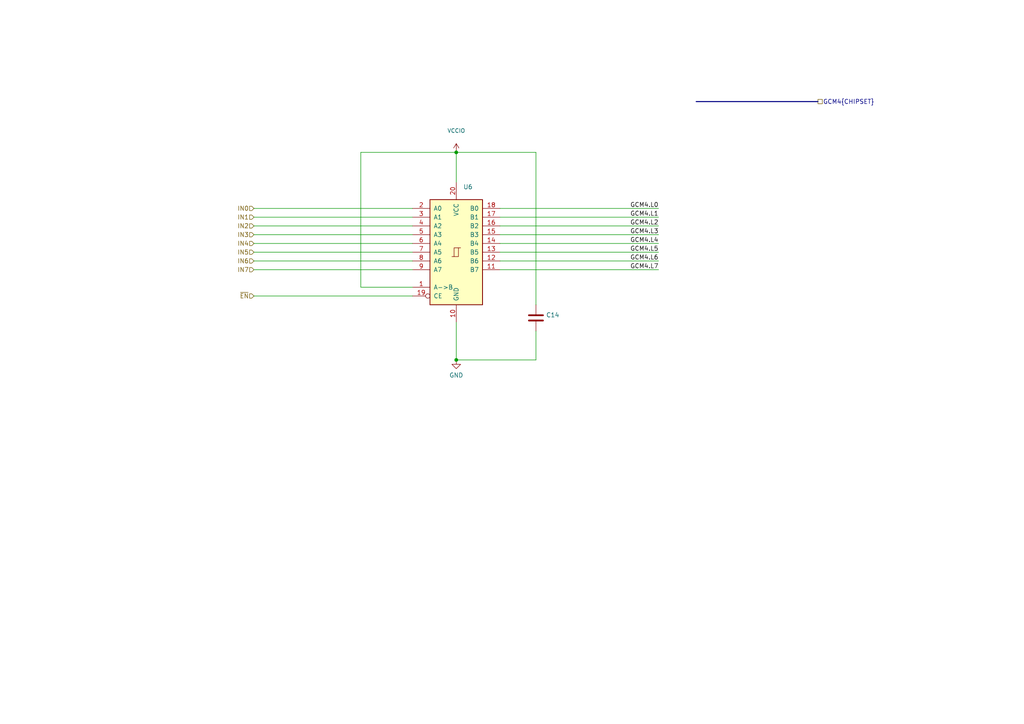
<source format=kicad_sch>
(kicad_sch (version 20211123) (generator eeschema)
  (paper "A4")
  (lib_symbols
    (symbol "74xx:74HC245" (pin_names (offset 1.016))
      (property "Reference" "U" (at -7.62 16.51 0))
      (property "Value" "74HC245" (at -7.62 -16.51 0))
      (symbol "74HC245_1_0"
        (polyline (pts (xy -0.635 -1.27) (xy -0.635 1.27) (xy 0.635 1.27)))
        (polyline (pts (xy -1.27 -1.27) (xy 0.635 -1.27) (xy 0.635 1.27) (xy 1.27 1.27)))
        (pin input line (at -12.7 -10.16 0) (length 5.08) (name "A->B") (number "1"))
        (pin power_in line (at 0 -20.32 90) (length 5.08) (name "GND") (number "10"))
        (pin tri_state line (at 12.7 -5.08 180) (length 5.08) (name "B7") (number "11"))
        (pin tri_state line (at 12.7 -2.54 180) (length 5.08) (name "B6") (number "12"))
        (pin tri_state line (at 12.7 0 180) (length 5.08) (name "B5") (number "13"))
        (pin tri_state line (at 12.7 2.54 180) (length 5.08) (name "B4") (number "14"))
        (pin tri_state line (at 12.7 5.08 180) (length 5.08) (name "B3") (number "15"))
        (pin tri_state line (at 12.7 7.62 180) (length 5.08) (name "B2") (number "16"))
        (pin tri_state line (at 12.7 10.16 180) (length 5.08) (name "B1") (number "17"))
        (pin tri_state line (at 12.7 12.7 180) (length 5.08) (name "B0") (number "18"))
        (pin input inverted (at -12.7 -12.7 0) (length 5.08) (name "CE") (number "19"))
        (pin tri_state line (at -12.7 12.7 0) (length 5.08) (name "A0") (number "2"))
        (pin power_in line (at 0 20.32 270) (length 5.08) (name "VCC") (number "20"))
        (pin tri_state line (at -12.7 10.16 0) (length 5.08) (name "A1") (number "3"))
        (pin tri_state line (at -12.7 7.62 0) (length 5.08) (name "A2") (number "4"))
        (pin tri_state line (at -12.7 5.08 0) (length 5.08) (name "A3") (number "5"))
        (pin tri_state line (at -12.7 2.54 0) (length 5.08) (name "A4") (number "6"))
        (pin tri_state line (at -12.7 0 0) (length 5.08) (name "A5") (number "7"))
        (pin tri_state line (at -12.7 -2.54 0) (length 5.08) (name "A6") (number "8"))
        (pin tri_state line (at -12.7 -5.08 0) (length 5.08) (name "A7") (number "9"))
      )
      (symbol "74HC245_1_1"
        (rectangle (start -7.62 15.24) (end 7.62 -15.24) (stroke (width 0.254)) (fill (type background)))
      )
    )
    (symbol "Device:C" (pin_numbers hide) (pin_names (offset 0.254))
      (property "Reference" "C" (at 0.635 2.54 0))
      (property "Value" "C" (at 0.635 -2.54 0))
      (symbol "C_0_1"
        (polyline (pts (xy -2.032 -0.762) (xy 2.032 -0.762)) (stroke (width 0.508)))
        (polyline (pts (xy -2.032 0.762) (xy 2.032 0.762)) (stroke (width 0.508)))
      )
      (symbol "C_1_1"
        (pin passive line (at 0 3.81 270) (length 2.794) (name "~") (number "1"))
        (pin passive line (at 0 -3.81 90) (length 2.794) (name "~") (number "2"))
      )
    )
    (symbol "SparkFun-PowerSymbols:VCCIO" (power) (pin_numbers hide) (pin_names (offset 1.016) hide)
      (property "Value" "VCCIO" (at -2.54 3.81 0))
      (property "Footprint" "XXX-00000" (at 0 7.62 0))
      (symbol "VCCIO_1_0"
        (polyline (pts (xy 0 0) (xy 0 2.54)))
        (polyline (pts (xy 0 2.54) (xy -0.762 1.27)))
        (polyline (pts (xy 0.762 1.27) (xy 0 2.54)))
      )
      (symbol "VCCIO_1_1"
        (pin power_in line (at 0 0 90) (length 0) hide (name "VCCIO") (number "~"))
      )
    )
    (symbol "power:GND" (power) (pin_names (offset 0))
      (property "Value" "GND" (at 0 -3.81 0))
      (symbol "GND_0_1"
        (polyline (pts (xy 0 0) (xy 0 -1.27) (xy 1.27 -1.27) (xy 0 -2.54) (xy -1.27 -1.27) (xy 0 -1.27)))
      )
      (symbol "GND_1_1"
        (pin power_in line (at 0 0 270) (length 0) hide (name "GND") (number "1"))
      )
    )
  )
  (junction (at 132.334 104.394))
  (junction (at 132.334 44.196))
  (wire (pts (xy 73.66 85.852) (xy 119.634 85.852)))
  (wire (pts (xy 73.66 68.072) (xy 119.634 68.072)))
  (wire (pts (xy 145.034 60.452) (xy 191.008 60.452)))
  (wire (pts (xy 119.634 83.312) (xy 104.648 83.312)))
  (wire (pts (xy 132.334 44.196) (xy 132.334 52.832)))
  (wire (pts (xy 73.66 60.452) (xy 119.634 60.452)))
  (wire (pts (xy 73.66 75.692) (xy 119.634 75.692)))
  (wire (pts (xy 132.334 93.472) (xy 132.334 104.394)))
  (bus (pts (xy 201.93 29.464) (xy 237.236 29.464)))
  (wire (pts (xy 145.034 75.692) (xy 191.008 75.692)))
  (wire (pts (xy 132.334 104.394) (xy 155.448 104.394)))
  (wire (pts (xy 145.034 73.152) (xy 191.008 73.152)))
  (wire (pts (xy 155.448 104.394) (xy 155.448 96.012)))
  (wire (pts (xy 155.448 88.392) (xy 155.448 44.196)))
  (wire (pts (xy 104.648 44.196) (xy 132.334 44.196)))
  (wire (pts (xy 145.034 70.612) (xy 191.008 70.612)))
  (wire (pts (xy 155.448 44.196) (xy 132.334 44.196)))
  (wire (pts (xy 73.66 73.152) (xy 119.634 73.152)))
  (wire (pts (xy 73.66 78.232) (xy 119.634 78.232)))
  (wire (pts (xy 73.66 62.992) (xy 119.634 62.992)))
  (wire (pts (xy 73.66 70.612) (xy 119.634 70.612)))
  (wire (pts (xy 104.648 83.312) (xy 104.648 44.196)))
  (wire (pts (xy 145.034 62.992) (xy 191.008 62.992)))
  (wire (pts (xy 145.034 68.072) (xy 191.008 68.072)))
  (wire (pts (xy 145.034 78.232) (xy 191.008 78.232)))
  (wire (pts (xy 73.66 65.532) (xy 119.634 65.532)))
  (wire (pts (xy 145.034 65.532) (xy 191.008 65.532)))
  (label "GCM4.L3" (at 191.008 68.072 180))
  (label "GCM4.L0" (at 191.008 60.452 180))
  (label "GCM4.L4" (at 191.008 70.612 180))
  (label "GCM4.L7" (at 191.008 78.232 180))
  (label "GCM4.L5" (at 191.008 73.152 180))
  (label "GCM4.L6" (at 191.008 75.692 180))
  (label "GCM4.L1" (at 191.008 62.992 180))
  (label "GCM4.L2" (at 191.008 65.532 180))
  (hierarchical_label "IN6" (shape input) (at 73.66 75.692 180))
  (hierarchical_label "IN3" (shape input) (at 73.66 68.072 180))
  (hierarchical_label "IN1" (shape input) (at 73.66 62.992 180))
  (hierarchical_label "GCM4{CHIPSET}" (shape passive) (at 237.236 29.464 0))
  (hierarchical_label "IN7" (shape input) (at 73.66 78.232 180))
  (hierarchical_label "~{EN}" (shape input) (at 73.66 85.852 180))
  (hierarchical_label "IN4" (shape input) (at 73.66 70.612 180))
  (hierarchical_label "IN0" (shape input) (at 73.66 60.452 180))
  (hierarchical_label "IN2" (shape input) (at 73.66 65.532 180))
  (hierarchical_label "IN5" (shape input) (at 73.66 73.152 180))
  (symbol (lib_id "74xx:74HC245") (at 132.334 73.152 0) (unit 1)
    (property "Reference" "U6" (at 134.3534 54.2122 0) (effects (justify left)))
    (property "Datasheet" "http://www.ti.com/lit/gpn/sn74HC245" (effects hide))
  )
  (symbol (lib_id "power:GND") (at 132.334 104.394 0) (unit 1)
    (property "Reference" "#PWR014" (effects hide))
  )
  (symbol (lib_id "SparkFun-PowerSymbols:VCCIO") (at 132.334 44.196 0) (unit 1)
    (property "Reference" "#SUPPLY0111" (effects hide))
  )
  (symbol (lib_id "Device:C") (at 155.448 92.202 0) (unit 1)
    (property "Reference" "C14" (at 158.369 91.3673 0) (effects (justify left)))
  )
)
</source>
